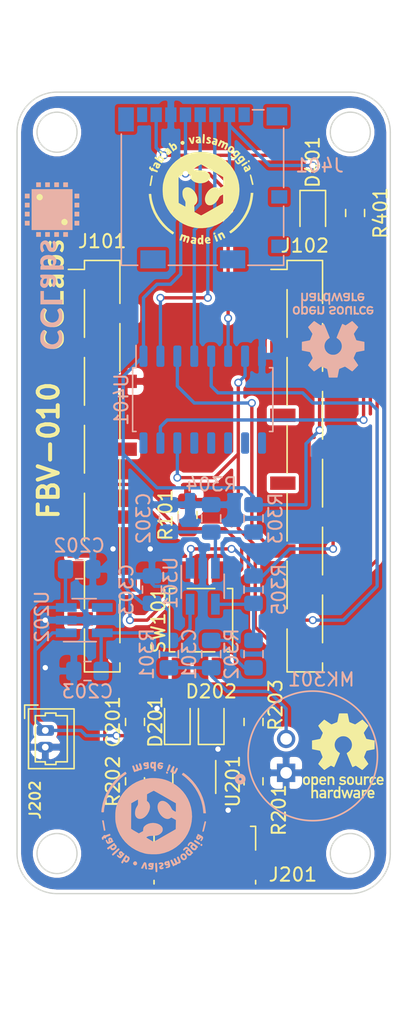
<source format=kicad_pcb>
(kicad_pcb (version 20171130) (host pcbnew 5.1.6-c6e7f7d~87~ubuntu20.04.1)
  (title_block (title "SPY RECORDER") (date 2020-05-03) (rev v0.00) (company "FabLab Valsamoggia"))
  (layers (0 F.Cu signal) (31 B.Cu signal) (34 B.Paste user) (35 F.Paste user) (36 B.SilkS user) (37 F.SilkS user) (38 B.Mask user) (39 F.Mask user) (44 Edge.Cuts user))
  (net 0 "")
  (net 1 "/1(Tx)")
  (net 2 "/0(Rx)")
  (net 3 /Reset)
  (net 4 GND)
  (net 5 /2)
  (net 6 "/3(**)")
  (net 7 /4)
  (net 8 "/5(**)")
  (net 9 "/6(**)")
  (net 10 /7)
  (net 11 /8)
  (net 12 "/9(**)")
  (net 13 VCC)
  (net 14 /RAW)
  (net 15 /A3)
  (net 16 /A2)
  (net 17 /A1)
  (net 18 /A0)
  (net 19 "/13(SCK)")
  (net 20 "/12(MISO)")
  (net 21 "/11(**/MOSI)")
  (net 22 "/10(**/SS)")
  (net 23 "/POWER SUPPLY/VBATT")
  (net 24 "Net-(C301-Pad1)")
  (net 25 "Net-(C301-Pad2)")
  (net 26 "Net-(C302-Pad1)")
  (net 27 "Net-(D201-Pad1)")
  (net 28 "Net-(D201-Pad2)")
  (net 29 "Net-(D202-Pad2)")
  (net 30 "Net-(D401-Pad2)")
  (net 31 "Net-(D401-Pad1)")
  (net 32 "Net-(J201-Pad1)")
  (net 33 "Net-(J201-Pad2)")
  (net 34 "Net-(J201-Pad3)")
  (net 35 "Net-(J201-Pad4)")
  (net 36 "Net-(J201-Pad6)")
  (net 37 "Net-(J401-Pad1)")
  (net 38 "Net-(J401-Pad8)")
  (net 39 "Net-(J401-Pad3)")
  (net 40 "Net-(J401-Pad5)")
  (net 41 "Net-(J401-Pad9)")
  (net 42 "Net-(R201-Pad1)")
  (net 43 "Net-(R302-Pad1)")
  (net 44 "Net-(R401-Pad1)")
  (net 45 "Net-(U202-Pad4)")
  (net 46 "Net-(U401-Pad9)")
  (net 47 "Net-(U401-Pad10)")
  (net 48 "Net-(U401-Pad11)")
  (net 49 "Net-(U401-Pad12)")
  (net 50 "Net-(U401-Pad13)")
  (net 51 "Net-(U401-Pad16)")
  (net 52 /Reset2)
  (module Connector_Molex:Molex_PicoBlade_53047-0210_1x02_P1.25mm_Vertical (layer F.Cu) (at 133.604 118.745 270)
    (fp_text reference J202 (at 5.207 0.762 90) (layer F.SilkS) (effects (font (size 0.8 0.8))))
    (fp_text value Conn_01x02_Female)
    (pad 2 thru_hole oval (at 1.25 0 270) (size 0.8 1.3) (drill 0.5) (layers *.Cu *.Mask) (net 4 GND))
    (pad 1 thru_hole roundrect (at 0 0 270) (size 0.8 1.3) (drill 0.5) (layers *.Cu *.Mask) (net 23 "/POWER SUPPLY/VBATT"))
  )
  (module MyFootprint:oshw-ser-small (layer B.Cu) (at 155.194 89.154)
    (fp_text reference G*** hide)
    (fp_text value LOGO hide)
  )
  (module MyFootprint:fab-ser-medium (layer B.Cu) (at 141.732 125.222)
    (fp_text reference G*** hide)
    (fp_text value LOGO hide)
  )
  (module MyFootprint:cclabs-ser-big (layer B.Cu) (at 134.112 79.756 90)
    (fp_text reference G*** hide)
    (fp_text value LOGO hide)
  )
  (module MyFootprint:fab-ser-medium (layer F.Cu) (at 145.288 78.232)
    (fp_text reference G*** hide)
    (fp_text value LOGO hide)
  )
  (module MyFootprint:oshw-ser-small (layer F.Cu) (at 155.956 120.65)
    (fp_text reference G*** hide)
    (fp_text value LOGO hide)
  )
  (module MyFootprint:cclabs-ser-big (layer F.Cu) (at 134.112 79.756 90)
    (fp_text reference G*** hide)
    (fp_text value LOGO hide)
  )
  (module Connector_PinSocket_2.54mm:PinSocket_1x12_P2.54mm_Vertical_SMD_Pin1Left (layer F.Cu) (at 153.072 98.964)
    (fp_text reference J102 (at 0 -16.51) (layer F.SilkS))
    (fp_text value Conn_01x12_Female)
    (pad 12 smd rect (at 1.65 13.97) (size 1.9 1) (layers F.Cu F.Paste F.Mask) (net 22 "/10(**/SS)"))
    (pad 10 smd rect (at 1.65 8.89) (size 1.9 1) (layers F.Cu F.Paste F.Mask) (net 20 "/12(MISO)"))
    (pad 8 smd rect (at 1.65 3.81) (size 1.9 1) (layers F.Cu F.Paste F.Mask) (net 18 /A0))
    (pad 6 smd rect (at 1.65 -1.27) (size 1.9 1) (layers F.Cu F.Paste F.Mask) (net 16 /A2))
    (pad 4 smd rect (at 1.65 -6.35) (size 1.9 1) (layers F.Cu F.Paste F.Mask) (net 13 VCC))
    (pad 2 smd rect (at 1.65 -11.43) (size 1.9 1) (layers F.Cu F.Paste F.Mask) (net 4 GND))
    (pad 11 smd rect (at -1.65 11.43) (size 1.9 1) (layers F.Cu F.Paste F.Mask) (net 21 "/11(**/MOSI)"))
    (pad 9 smd rect (at -1.65 6.35) (size 1.9 1) (layers F.Cu F.Paste F.Mask) (net 19 "/13(SCK)"))
    (pad 7 smd rect (at -1.65 1.27) (size 1.9 1) (layers F.Cu F.Paste F.Mask) (net 17 /A1))
    (pad 5 smd rect (at -1.65 -3.81) (size 1.9 1) (layers F.Cu F.Paste F.Mask) (net 15 /A3))
    (pad 3 smd rect (at -1.65 -8.89) (size 1.9 1) (layers F.Cu F.Paste F.Mask) (net 52 /Reset2))
    (pad 1 smd rect (at -1.65 -13.97) (size 1.9 1) (layers F.Cu F.Paste F.Mask) (net 14 /RAW))
  )
  (module Connector_PinSocket_2.54mm:PinSocket_1x12_P2.54mm_Vertical_SMD_Pin1Left (layer F.Cu) (at 137.872 98.964)
    (fp_text reference J101 (at 0 -16.84) (layer F.SilkS))
    (fp_text value Conn_01x12_Female)
    (pad 1 smd rect (at -1.65 -13.97) (size 1.9 1) (layers F.Cu F.Paste F.Mask) (net 1 "/1(Tx)"))
    (pad 3 smd rect (at -1.65 -8.89) (size 1.9 1) (layers F.Cu F.Paste F.Mask) (net 3 /Reset))
    (pad 5 smd rect (at -1.65 -3.81) (size 1.9 1) (layers F.Cu F.Paste F.Mask) (net 5 /2))
    (pad 7 smd rect (at -1.65 1.27) (size 1.9 1) (layers F.Cu F.Paste F.Mask) (net 7 /4))
    (pad 9 smd rect (at -1.65 6.35) (size 1.9 1) (layers F.Cu F.Paste F.Mask) (net 9 "/6(**)"))
    (pad 11 smd rect (at -1.65 11.43) (size 1.9 1) (layers F.Cu F.Paste F.Mask) (net 11 /8))
    (pad 2 smd rect (at 1.65 -11.43) (size 1.9 1) (layers F.Cu F.Paste F.Mask) (net 2 "/0(Rx)"))
    (pad 4 smd rect (at 1.65 -6.35) (size 1.9 1) (layers F.Cu F.Paste F.Mask) (net 4 GND))
    (pad 6 smd rect (at 1.65 -1.27) (size 1.9 1) (layers F.Cu F.Paste F.Mask) (net 6 "/3(**)"))
    (pad 8 smd rect (at 1.65 3.81) (size 1.9 1) (layers F.Cu F.Paste F.Mask) (net 8 "/5(**)"))
    (pad 10 smd rect (at 1.65 8.89) (size 1.9 1) (layers F.Cu F.Paste F.Mask) (net 10 /7))
    (pad 12 smd rect (at 1.65 13.97) (size 1.9 1) (layers F.Cu F.Paste F.Mask) (net 12 "/9(**)"))
  )
  (module Capacitor_SMD:C_0805_2012Metric_Pad1.15x1.40mm_HandSolder (layer F.Cu) (at 140.335 118.11 90)
    (fp_text reference C201 (at 0 -1.651 90) (layer F.SilkS))
    (fp_text value "10uF S")
    (pad 2 smd roundrect (at 1.025 0 90) (size 1.15 1.4) (layers F.Cu F.Paste F.Mask) (roundrect_rratio 0.217391) (net 4 GND))
    (pad 1 smd roundrect (at -1.025 0 90) (size 1.15 1.4) (layers F.Cu F.Paste F.Mask) (roundrect_rratio 0.217391) (net 23 "/POWER SUPPLY/VBATT"))
  )
  (module Capacitor_SMD:C_0805_2012Metric_Pad1.15x1.40mm_HandSolder (layer B.Cu) (at 136.144 106.68)
    (fp_text reference C202 (at 0 -1.778) (layer B.SilkS) (effects (justify mirror)))
    (fp_text value "100nF S")
    (pad 1 smd roundrect (at -1.025 0) (size 1.15 1.4) (layers B.Cu B.Paste B.Mask) (roundrect_rratio 0.217391) (net 23 "/POWER SUPPLY/VBATT"))
    (pad 2 smd roundrect (at 1.025 0) (size 1.15 1.4) (layers B.Cu B.Paste B.Mask) (roundrect_rratio 0.217391) (net 4 GND))
  )
  (module Capacitor_SMD:C_0805_2012Metric_Pad1.15x1.40mm_HandSolder (layer B.Cu) (at 136.77 114.3 180)
    (fp_text reference C203 (at 0 -1.524) (layer B.SilkS) (effects (justify mirror)))
    (fp_text value "10uF S")
    (pad 2 smd roundrect (at 1.025 0 180) (size 1.15 1.4) (layers B.Cu B.Paste B.Mask) (roundrect_rratio 0.217391) (net 4 GND))
    (pad 1 smd roundrect (at -1.025 0 180) (size 1.15 1.4) (layers B.Cu B.Paste B.Mask) (roundrect_rratio 0.217391) (net 13 VCC))
  )
  (module Capacitor_SMD:C_0805_2012Metric_Pad1.15x1.40mm_HandSolder (layer B.Cu) (at 146.05 113.03 270)
    (fp_text reference C301 (at 0 1.65 90) (layer B.SilkS) (effects (justify mirror)))
    (fp_text value "4.7uF S")
    (pad 1 smd roundrect (at -1.025 0 270) (size 1.15 1.4) (layers B.Cu B.Paste B.Mask) (roundrect_rratio 0.217391) (net 24 "Net-(C301-Pad1)"))
    (pad 2 smd roundrect (at 1.025 0 270) (size 1.15 1.4) (layers B.Cu B.Paste B.Mask) (roundrect_rratio 0.217391) (net 25 "Net-(C301-Pad2)"))
  )
  (module Capacitor_SMD:C_0805_2012Metric_Pad1.15x1.40mm_HandSolder (layer B.Cu) (at 142.875 102.87 90)
    (fp_text reference C302 (at 0 -1.905 90) (layer B.SilkS) (effects (justify mirror)))
    (fp_text value "4.7uF S")
    (pad 1 smd roundrect (at -1.025 0 90) (size 1.15 1.4) (layers B.Cu B.Paste B.Mask) (roundrect_rratio 0.217391) (net 26 "Net-(C302-Pad1)"))
    (pad 2 smd roundrect (at 1.025 0 90) (size 1.15 1.4) (layers B.Cu B.Paste B.Mask) (roundrect_rratio 0.217391) (net 4 GND))
  )
  (module Capacitor_SMD:C_0805_2012Metric_Pad1.15x1.40mm_HandSolder (layer B.Cu) (at 141.605 108.204 90)
    (fp_text reference C303 (at 0 -1.905 90) (layer B.SilkS) (effects (justify mirror)))
    (fp_text value "100nF S")
    (pad 2 smd roundrect (at 1.025 0 90) (size 1.15 1.4) (layers B.Cu B.Paste B.Mask) (roundrect_rratio 0.217391) (net 4 GND))
    (pad 1 smd roundrect (at -1.025 0 90) (size 1.15 1.4) (layers B.Cu B.Paste B.Mask) (roundrect_rratio 0.217391) (net 13 VCC))
  )
  (module LED_SMD:LED_0805_2012Metric (layer F.Cu) (at 143.51 118.11 90)
    (fp_text reference D201 (at 0 -1.65 90) (layer F.SilkS))
    (fp_text value RED)
    (pad 1 smd roundrect (at -0.9375 0 90) (size 0.975 1.4) (layers F.Cu F.Paste F.Mask) (net 27 "Net-(D201-Pad1)"))
    (pad 2 smd roundrect (at 0.9375 0 90) (size 0.975 1.4) (layers F.Cu F.Paste F.Mask) (net 28 "Net-(D201-Pad2)"))
  )
  (module LED_SMD:LED_0805_2012Metric (layer F.Cu) (at 146.05 118.11 90)
    (fp_text reference D202 (at 2.286 0 180) (layer F.SilkS))
    (fp_text value GREEN)
    (pad 1 smd roundrect (at -0.9375 0 90) (size 0.975 1.4) (layers F.Cu F.Paste F.Mask) (net 4 GND))
    (pad 2 smd roundrect (at 0.9375 0 90) (size 0.975 1.4) (layers F.Cu F.Paste F.Mask) (net 29 "Net-(D202-Pad2)"))
  )
  (module LED_SMD:LED_0805_2012Metric (layer F.Cu) (at 153.67 80.01 270)
    (fp_text reference D401 (at -3.81 0 90) (layer F.SilkS))
    (fp_text value RED)
    (pad 2 smd roundrect (at 0.9375 0 270) (size 0.975 1.4) (layers F.Cu F.Paste F.Mask) (net 30 "Net-(D401-Pad2)"))
    (pad 1 smd roundrect (at -0.9375 0 270) (size 0.975 1.4) (layers F.Cu F.Paste F.Mask) (net 31 "Net-(D401-Pad1)"))
  )
  (module Connector_USB:USB_Micro-B_Molex_47346-0001 (layer F.Cu) (at 145.572 127.635)
    (fp_text reference J201 (at 6.604 1.905 180) (layer F.SilkS))
    (fp_text value USB_B_Micro)
    (pad 1 smd rect (at -1.3 -1.46) (size 0.45 1.38) (layers F.Cu F.Paste F.Mask) (net 32 "Net-(J201-Pad1)"))
    (pad 2 smd rect (at -0.65 -1.46) (size 0.45 1.38) (layers F.Cu F.Paste F.Mask) (net 33 "Net-(J201-Pad2)"))
    (pad 3 smd rect (at 0 -1.46) (size 0.45 1.38) (layers F.Cu F.Paste F.Mask) (net 34 "Net-(J201-Pad3)"))
    (pad 4 smd rect (at 0.65 -1.46) (size 0.45 1.38) (layers F.Cu F.Paste F.Mask) (net 35 "Net-(J201-Pad4)"))
    (pad 5 smd rect (at 1.3 -1.46) (size 0.45 1.38) (layers F.Cu F.Paste F.Mask) (net 4 GND))
    (pad 6 smd rect (at -2.4875 -1.375) (size 1.425 1.55) (layers F.Cu F.Paste F.Mask) (net 36 "Net-(J201-Pad6)"))
    (pad 6 smd rect (at 2.4875 -1.375) (size 1.425 1.55) (layers F.Cu F.Paste F.Mask) (net 36 "Net-(J201-Pad6)"))
    (pad 6 smd rect (at -3.375 1.2) (size 1.65 1.3) (layers F.Cu F.Paste F.Mask) (net 36 "Net-(J201-Pad6)"))
    (pad 6 smd rect (at 3.375 1.2) (size 1.65 1.3) (layers F.Cu F.Paste F.Mask) (net 36 "Net-(J201-Pad6)"))
    (pad 6 smd rect (at -1.15 1.2) (size 1.8 1.9) (layers F.Cu F.Paste F.Mask) (net 36 "Net-(J201-Pad6)"))
    (pad 6 smd rect (at 1.55 1.2) (size 1 1.9) (layers F.Cu F.Paste F.Mask) (net 36 "Net-(J201-Pad6)"))
  )
  (module Connector_Card:microSD_HC_Molex_104031-0811 (layer B.Cu) (at 145.415 78.105 180)
    (fp_text reference J401 (at -8.763 1.651) (layer B.SilkS) (effects (justify mirror)))
    (fp_text value Micro_SD_Card)
    (pad 1 smd rect (at -3.105 5.45 180) (size 0.85 1.1) (layers B.Cu B.Paste B.Mask) (net 37 "Net-(J401-Pad1)"))
    (pad 8 smd rect (at 4.545 5.45 180) (size 0.75 1.1) (layers B.Cu B.Paste B.Mask) (net 38 "Net-(J401-Pad8)"))
    (pad 2 smd rect (at -2.005 5.45 180) (size 0.85 1.1) (layers B.Cu B.Paste B.Mask) (net 31 "Net-(D401-Pad1)"))
    (pad 3 smd rect (at -0.905 5.45 180) (size 0.85 1.1) (layers B.Cu B.Paste B.Mask) (net 39 "Net-(J401-Pad3)"))
    (pad 4 smd rect (at 0.195 5.45 180) (size 0.85 1.1) (layers B.Cu B.Paste B.Mask) (net 13 VCC))
    (pad 5 smd rect (at 1.295 5.45 180) (size 0.85 1.1) (layers B.Cu B.Paste B.Mask) (net 40 "Net-(J401-Pad5)"))
    (pad 6 smd rect (at 2.395 5.45 180) (size 0.85 1.1) (layers B.Cu B.Paste B.Mask) (net 4 GND))
    (pad 7 smd rect (at 3.495 5.45 180) (size 0.85 1.1) (layers B.Cu B.Paste B.Mask) (net 20 "/12(MISO)"))
    (pad 11 smd rect (at 5.755 5.1 180) (size 1.17 1.8) (layers B.Cu B.Paste B.Mask))
    (pad 11 smd rect (at -5.565 5.325 180) (size 1.55 1.35) (layers B.Cu B.Paste B.Mask))
    (pad 10 smd rect (at -5.74 -4.4 180) (size 1.2 1) (layers B.Cu B.Paste B.Mask))
    (pad 9 smd rect (at -5.74 -0.7 180) (size 1.2 1) (layers B.Cu B.Paste B.Mask) (net 41 "Net-(J401-Pad9)"))
    (pad 11 smd rect (at -2.24 -5.375 180) (size 1.9 1.35) (layers B.Cu B.Paste B.Mask))
    (pad 11 smd rect (at 3.73 -5.375 180) (size 1.9 1.35) (layers B.Cu B.Paste B.Mask))
  )
  (module CMA-4544PF-W:MIC_CMA-4544PF-W (layer B.Cu) (at 153.67 120.65 180)
    (fp_text reference MK301 (at -0.635215 5.717015) (layer B.SilkS) (effects (font (size 1.000354 1.000354)) (justify mirror)))
    (fp_text value Microphone)
    (pad 2 thru_hole circle (at 2 1.27 180) (size 1.378 1.378) (drill 0.87) (layers *.Cu *.Mask) (net 25 "Net-(C301-Pad2)"))
    (pad 1 thru_hole rect (at 2 -1.27 180) (size 1.378 1.378) (drill 0.87) (layers *.Cu *.Mask) (net 4 GND))
  )
  (module Resistor_SMD:R_0805_2012Metric_Pad1.15x1.40mm_HandSolder (layer F.Cu) (at 149.225 122.555 90)
    (fp_text reference R201 (at -2.159 1.905 90) (layer F.SilkS))
    (fp_text value "2K S")
    (pad 2 smd roundrect (at 1.025 0 90) (size 1.15 1.4) (layers F.Cu F.Paste F.Mask) (roundrect_rratio 0.217391) (net 4 GND))
    (pad 1 smd roundrect (at -1.025 0 90) (size 1.15 1.4) (layers F.Cu F.Paste F.Mask) (roundrect_rratio 0.217391) (net 42 "Net-(R201-Pad1)"))
  )
  (module Resistor_SMD:R_0805_2012Metric_Pad1.15x1.40mm_HandSolder (layer F.Cu) (at 140.335 122.555 90)
    (fp_text reference R202 (at 0 -1.65 90) (layer F.SilkS))
    (fp_text value "470R S")
    (pad 2 smd roundrect (at 1.025 0 90) (size 1.15 1.4) (layers F.Cu F.Paste F.Mask) (roundrect_rratio 0.217391) (net 28 "Net-(D201-Pad2)"))
    (pad 1 smd roundrect (at -1.025 0 90) (size 1.15 1.4) (layers F.Cu F.Paste F.Mask) (roundrect_rratio 0.217391) (net 32 "Net-(J201-Pad1)"))
  )
  (module Resistor_SMD:R_0805_2012Metric_Pad1.15x1.40mm_HandSolder (layer F.Cu) (at 149.225 118.11 270)
    (fp_text reference R203 (at -1.27 -1.65 90) (layer F.SilkS))
    (fp_text value "470R S")
    (pad 1 smd roundrect (at -1.025 0 270) (size 1.15 1.4) (layers F.Cu F.Paste F.Mask) (roundrect_rratio 0.217391) (net 29 "Net-(D202-Pad2)"))
    (pad 2 smd roundrect (at 1.025 0 270) (size 1.15 1.4) (layers F.Cu F.Paste F.Mask) (roundrect_rratio 0.217391) (net 27 "Net-(D201-Pad1)"))
  )
  (module Resistor_SMD:R_0805_2012Metric_Pad1.15x1.40mm_HandSolder (layer B.Cu) (at 142.875 113.03 270)
    (fp_text reference R301 (at 0 1.65 90) (layer B.SilkS) (effects (justify mirror)))
    (fp_text value "2.2K S")
    (pad 1 smd roundrect (at -1.025 0 270) (size 1.15 1.4) (layers B.Cu B.Paste B.Mask) (roundrect_rratio 0.217391) (net 13 VCC))
    (pad 2 smd roundrect (at 1.025 0 270) (size 1.15 1.4) (layers B.Cu B.Paste B.Mask) (roundrect_rratio 0.217391) (net 25 "Net-(C301-Pad2)"))
  )
  (module Resistor_SMD:R_0805_2012Metric_Pad1.15x1.40mm_HandSolder (layer B.Cu) (at 149.225 113.03 270)
    (fp_text reference R302 (at 0 1.65 270) (layer B.SilkS) (effects (justify mirror)))
    (fp_text value "10K S")
    (pad 2 smd roundrect (at 1.025 0 270) (size 1.15 1.4) (layers B.Cu B.Paste B.Mask) (roundrect_rratio 0.217391) (net 24 "Net-(C301-Pad1)"))
    (pad 1 smd roundrect (at -1.025 0 270) (size 1.15 1.4) (layers B.Cu B.Paste B.Mask) (roundrect_rratio 0.217391) (net 43 "Net-(R302-Pad1)"))
  )
  (module Resistor_SMD:R_0805_2012Metric_Pad1.15x1.40mm_HandSolder (layer B.Cu) (at 149.225 102.87 90)
    (fp_text reference R303 (at 0 1.65 90) (layer B.SilkS) (effects (justify mirror)))
    (fp_text value "10K S")
    (pad 2 smd roundrect (at 1.025 0 90) (size 1.15 1.4) (layers B.Cu B.Paste B.Mask) (roundrect_rratio 0.217391) (net 13 VCC))
    (pad 1 smd roundrect (at -1.025 0 90) (size 1.15 1.4) (layers B.Cu B.Paste B.Mask) (roundrect_rratio 0.217391) (net 26 "Net-(C302-Pad1)"))
  )
  (module Resistor_SMD:R_0805_2012Metric_Pad1.15x1.40mm_HandSolder (layer B.Cu) (at 146.05 102.87 270)
    (fp_text reference R304 (at -2.54 0 180) (layer B.SilkS) (effects (justify mirror)))
    (fp_text value "10K S")
    (pad 1 smd roundrect (at -1.025 0 270) (size 1.15 1.4) (layers B.Cu B.Paste B.Mask) (roundrect_rratio 0.217391) (net 4 GND))
    (pad 2 smd roundrect (at 1.025 0 270) (size 1.15 1.4) (layers B.Cu B.Paste B.Mask) (roundrect_rratio 0.217391) (net 26 "Net-(C302-Pad1)"))
  )
  (module Resistor_SMD:R_0805_2012Metric_Pad1.15x1.40mm_HandSolder (layer B.Cu) (at 149.225 108.204 270)
    (fp_text reference R305 (at 0 -1.905 90) (layer B.SilkS) (effects (justify mirror)))
    (fp_text value "820K S")
    (pad 1 smd roundrect (at -1.025 0 270) (size 1.15 1.4) (layers B.Cu B.Paste B.Mask) (roundrect_rratio 0.217391) (net 18 /A0))
    (pad 2 smd roundrect (at 1.025 0 270) (size 1.15 1.4) (layers B.Cu B.Paste B.Mask) (roundrect_rratio 0.217391) (net 43 "Net-(R302-Pad1)"))
  )
  (module Resistor_SMD:R_0805_2012Metric_Pad1.15x1.40mm_HandSolder (layer F.Cu) (at 156.845 80.01 90)
    (fp_text reference R401 (at 0 1.905 90) (layer F.SilkS))
    (fp_text value 470)
    (pad 1 smd roundrect (at -1.025 0 90) (size 1.15 1.4) (layers F.Cu F.Paste F.Mask) (roundrect_rratio 0.217391) (net 44 "Net-(R401-Pad1)"))
    (pad 2 smd roundrect (at 1.025 0 90) (size 1.15 1.4) (layers F.Cu F.Paste F.Mask) (roundrect_rratio 0.217391) (net 30 "Net-(D401-Pad2)"))
  )
  (module Package_TO_SOT_SMD:SOT-23-5 (layer F.Cu) (at 144.78 122.555 270)
    (fp_text reference U201 (at 0 -2.9 90) (layer F.SilkS))
    (fp_text value MCP73831-2-OT)
    (pad 1 smd rect (at -1.1 -0.95 270) (size 1.06 0.65) (layers F.Cu F.Paste F.Mask) (net 27 "Net-(D201-Pad1)"))
    (pad 2 smd rect (at -1.1 0 270) (size 1.06 0.65) (layers F.Cu F.Paste F.Mask) (net 4 GND))
    (pad 3 smd rect (at -1.1 0.95 270) (size 1.06 0.65) (layers F.Cu F.Paste F.Mask) (net 23 "/POWER SUPPLY/VBATT"))
    (pad 4 smd rect (at 1.1 0.95 270) (size 1.06 0.65) (layers F.Cu F.Paste F.Mask) (net 32 "Net-(J201-Pad1)"))
    (pad 5 smd rect (at 1.1 -0.95 270) (size 1.06 0.65) (layers F.Cu F.Paste F.Mask) (net 42 "Net-(R201-Pad1)"))
  )
  (module Package_TO_SOT_SMD:SOT-23-5_HandSoldering (layer B.Cu) (at 136.525 110.49)
    (fp_text reference U202 (at -3.175 -0.254 270) (layer B.SilkS) (effects (justify mirror)))
    (fp_text value LP2981-33DBVT)
    (pad 5 smd rect (at 1.35 0.95) (size 1.56 0.65) (layers B.Cu B.Paste B.Mask) (net 13 VCC))
    (pad 4 smd rect (at 1.35 -0.95) (size 1.56 0.65) (layers B.Cu B.Paste B.Mask) (net 45 "Net-(U202-Pad4)"))
    (pad 3 smd rect (at -1.35 -0.95) (size 1.56 0.65) (layers B.Cu B.Paste B.Mask) (net 23 "/POWER SUPPLY/VBATT"))
    (pad 2 smd rect (at -1.35 0) (size 1.56 0.65) (layers B.Cu B.Paste B.Mask) (net 4 GND))
    (pad 1 smd rect (at -1.35 0.95) (size 1.56 0.65) (layers B.Cu B.Paste B.Mask) (net 23 "/POWER SUPPLY/VBATT"))
  )
  (module Package_TO_SOT_SMD:SOT-23-5_HandSoldering (layer B.Cu) (at 145.415 107.95 270)
    (fp_text reference U301 (at -0.254 2.413 90) (layer B.SilkS) (effects (justify mirror)))
    (fp_text value OPA334)
    (pad 1 smd rect (at -1.35 0.95 270) (size 1.56 0.65) (layers B.Cu B.Paste B.Mask) (net 18 /A0))
    (pad 2 smd rect (at -1.35 0 270) (size 1.56 0.65) (layers B.Cu B.Paste B.Mask) (net 4 GND))
    (pad 3 smd rect (at -1.35 -0.95 270) (size 1.56 0.65) (layers B.Cu B.Paste B.Mask) (net 26 "Net-(C302-Pad1)"))
    (pad 4 smd rect (at 1.35 -0.95 270) (size 1.56 0.65) (layers B.Cu B.Paste B.Mask) (net 43 "Net-(R302-Pad1)"))
    (pad 5 smd rect (at 1.35 0.95 270) (size 1.56 0.65) (layers B.Cu B.Paste B.Mask) (net 13 VCC))
  )
  (module Package_SO:SOP-16_4.55x10.3mm_P1.27mm (layer B.Cu) (at 145.415 93.98 270)
    (fp_text reference U401 (at 0 6.1 90) (layer B.SilkS) (effects (justify mirror)))
    (fp_text value CD74HC4050M)
    (pad 1 smd roundrect (at -3.25 4.445 270) (size 1.6 0.6) (layers B.Cu B.Paste B.Mask) (net 13 VCC))
    (pad 2 smd roundrect (at -3.25 3.175 270) (size 1.6 0.6) (layers B.Cu B.Paste B.Mask) (net 31 "Net-(D401-Pad1)"))
    (pad 3 smd roundrect (at -3.25 1.905 270) (size 1.6 0.6) (layers B.Cu B.Paste B.Mask) (net 19 "/13(SCK)"))
    (pad 4 smd roundrect (at -3.25 0.635 270) (size 1.6 0.6) (layers B.Cu B.Paste B.Mask) (net 39 "Net-(J401-Pad3)"))
    (pad 5 smd roundrect (at -3.25 -0.635 270) (size 1.6 0.6) (layers B.Cu B.Paste B.Mask) (net 21 "/11(**/MOSI)"))
    (pad 6 smd roundrect (at -3.25 -1.905 270) (size 1.6 0.6) (layers B.Cu B.Paste B.Mask) (net 40 "Net-(J401-Pad5)"))
    (pad 7 smd roundrect (at -3.25 -3.175 270) (size 1.6 0.6) (layers B.Cu B.Paste B.Mask) (net 22 "/10(**/SS)"))
    (pad 8 smd roundrect (at -3.25 -4.445 270) (size 1.6 0.6) (layers B.Cu B.Paste B.Mask) (net 4 GND))
    (pad 9 smd roundrect (at 3.25 -4.445 270) (size 1.6 0.6) (layers B.Cu B.Paste B.Mask) (net 46 "Net-(U401-Pad9)"))
    (pad 10 smd roundrect (at 3.25 -3.175 270) (size 1.6 0.6) (layers B.Cu B.Paste B.Mask) (net 47 "Net-(U401-Pad10)"))
    (pad 11 smd roundrect (at 3.25 -1.905 270) (size 1.6 0.6) (layers B.Cu B.Paste B.Mask) (net 48 "Net-(U401-Pad11)"))
    (pad 12 smd roundrect (at 3.25 -0.635 270) (size 1.6 0.6) (layers B.Cu B.Paste B.Mask) (net 49 "Net-(U401-Pad12)"))
    (pad 13 smd roundrect (at 3.25 0.635 270) (size 1.6 0.6) (layers B.Cu B.Paste B.Mask) (net 50 "Net-(U401-Pad13)"))
    (pad 14 smd roundrect (at 3.25 1.905 270) (size 1.6 0.6) (layers B.Cu B.Paste B.Mask) (net 22 "/10(**/SS)"))
    (pad 15 smd roundrect (at 3.25 3.175 270) (size 1.6 0.6) (layers B.Cu B.Paste B.Mask) (net 44 "Net-(R401-Pad1)"))
    (pad 16 smd roundrect (at 3.25 4.445 270) (size 1.6 0.6) (layers B.Cu B.Paste B.Mask) (net 51 "Net-(U401-Pad16)"))
  )
  (module Resistor_SMD:R_0805_2012Metric_Pad1.15x1.40mm_HandSolder (layer F.Cu) (at 144.272 102.616 90)
    (fp_text reference R101 (at 0 -1.65 90) (layer F.SilkS))
    (fp_text value 4K7)
    (pad 1 smd roundrect (at -1.025 0 90) (size 1.15 1.4) (layers F.Cu F.Paste F.Mask) (roundrect_rratio 0.217391) (net 7 /4))
    (pad 2 smd roundrect (at 1.025 0 90) (size 1.15 1.4) (layers F.Cu F.Paste F.Mask) (roundrect_rratio 0.217391) (net 4 GND))
  )
  (module Button_Switch_SMD:SW_SPST_TL3305A (layer F.Cu) (at 145.288 110.49 90)
    (fp_text reference SW101 (at 0 -3.2 90) (layer F.SilkS))
    (fp_text value SW_Push)
    (pad 1 smd rect (at 3.6 -1.5 90) (size 1.6 1.4) (layers F.Cu F.Paste F.Mask) (net 13 VCC))
    (pad 1 smd rect (at -3.6 -1.5 90) (size 1.6 1.4) (layers F.Cu F.Paste F.Mask) (net 13 VCC))
    (pad 2 smd rect (at 3.6 1.5 90) (size 1.6 1.4) (layers F.Cu F.Paste F.Mask) (net 7 /4))
    (pad 2 smd rect (at -3.6 1.5 90) (size 1.6 1.4) (layers F.Cu F.Paste F.Mask) (net 7 /4))
  )
  (gr_line (start 131.484 127.961) (end 131.484 73.961) (angle 90) (layer Edge.Cuts) (width 0.1))
  (gr_text FBV-010 (at 133.858 97.79 90) (layer F.SilkS) (effects (font (size 1.5 1.5) (thickness 0.3))))
  (gr_line (start 156.484 130.961) (end 134.484 130.961) (angle 90) (layer Edge.Cuts) (width 0.1))
  (gr_line (start 159.484 73.961) (end 159.484 127.961) (angle 90) (layer Edge.Cuts) (width 0.1))
  (gr_line (start 134.484 70.961) (end 156.484 70.961) (angle 90) (layer Edge.Cuts) (width 0.1))
  (gr_arc (start 134.484 73.961) (end 134.484 70.961) (angle -90) (layer Edge.Cuts) (width 0.1))
  (gr_arc (start 156.484 73.961) (end 159.484 73.961) (angle -90) (layer Edge.Cuts) (width 0.1))
  (gr_arc (start 156.484 127.961) (end 156.484 130.961) (angle -90) (layer Edge.Cuts) (width 0.1))
  (gr_arc (start 134.484 127.961) (end 131.484 127.961) (angle -90) (layer Edge.Cuts) (width 0.1))
  (gr_circle (center 134.484 73.961) (end 132.984 73.961) (layer Edge.Cuts) (width 0.1))
  (gr_circle (center 156.484 73.961) (end 154.984 73.961) (layer Edge.Cuts) (width 0.1))
  (gr_circle (center 156.484 127.961) (end 154.984 127.961) (layer Edge.Cuts) (width 0.1))
  (gr_circle (center 134.484 127.961) (end 132.984 127.961) (layer Edge.Cuts) (width 0.1))
  (segment (start 137.744 106.68) (end 138.684 105.74) (width 0.25) (layer B.Cu) (net 4))
  (segment (start 137.169 106.68) (end 137.744 106.68) (width 0.25) (layer B.Cu) (net 4))
  (via (at 138.684 105.156) (size 0.6) (drill 0.4) (layers F.Cu B.Cu) (net 4))
  (segment (start 138.684 105.74) (end 138.684 105.156) (width 0.25) (layer B.Cu) (net 4))
  (segment (start 138.684 105.156) (end 141.478 105.156) (width 0.25) (layer F.Cu) (net 4))
  (via (at 141.478 105.156) (size 0.6) (drill 0.4) (layers F.Cu B.Cu) (net 4))
  (segment (start 141.605 105.283) (end 141.478 105.156) (width 0.25) (layer B.Cu) (net 4))
  (segment (start 141.605 107.179) (end 141.605 105.283) (width 0.25) (layer B.Cu) (net 4))
  (segment (start 145.415 107.63) (end 145.095 107.95) (width 0.25) (layer B.Cu) (net 4))
  (segment (start 145.415 106.6) (end 145.415 107.63) (width 0.25) (layer B.Cu) (net 4))
  (segment (start 141.605 107.754) (end 141.605 107.179) (width 0.25) (layer B.Cu) (net 4))
  (segment (start 141.801 107.95) (end 141.605 107.754) (width 0.25) (layer B.Cu) (net 4))
  (segment (start 145.095 107.95) (end 141.801 107.95) (width 0.25) (layer B.Cu) (net 4))
  (segment (start 135.175 110.49) (end 134.145 110.49) (width 0.25) (layer B.Cu) (net 4))
  (via (at 133.604 110.49) (size 0.6) (drill 0.4) (layers F.Cu B.Cu) (net 4))
  (segment (start 134.145 110.49) (end 133.604 110.49) (width 0.25) (layer B.Cu) (net 4))
  (segment (start 133.604 110.49) (end 133.604 114.046) (width 0.25) (layer F.Cu) (net 4))
  (via (at 133.604 114.046) (size 0.6) (drill 0.4) (layers F.Cu B.Cu) (net 4))
  (segment (start 133.858 114.3) (end 133.604 114.046) (width 0.25) (layer B.Cu) (net 4))
  (segment (start 135.745 114.3) (end 133.858 114.3) (width 0.25) (layer B.Cu) (net 4))
  (segment (start 144.78 122.235) (end 144.973 122.428) (width 0.25) (layer F.Cu) (net 4))
  (segment (start 144.78 121.455) (end 144.78 122.235) (width 0.25) (layer F.Cu) (net 4))
  (segment (start 144.973 122.428) (end 147.066 122.428) (width 0.25) (layer F.Cu) (net 4))
  (segment (start 147.964 121.53) (end 147.066 122.428) (width 0.25) (layer F.Cu) (net 4))
  (segment (start 149.225 121.53) (end 147.964 121.53) (width 0.25) (layer F.Cu) (net 4))
  (via (at 146.558 120.142) (size 0.6) (drill 0.4) (layers F.Cu B.Cu) (net 4))
  (segment (start 146.05 119.0475) (end 146.05 119.634) (width 0.25) (layer F.Cu) (net 4))
  (segment (start 146.05 119.634) (end 146.558 120.142) (width 0.25) (layer F.Cu) (net 4))
  (segment (start 146.558 120.142) (end 143.51 117.094) (width 0.25) (layer B.Cu) (net 4))
  (via (at 141.986 117.094) (size 0.6) (drill 0.4) (layers F.Cu B.Cu) (net 4))
  (segment (start 143.51 117.094) (end 141.986 117.094) (width 0.25) (layer B.Cu) (net 4))
  (segment (start 140.344 117.094) (end 140.335 117.085) (width 0.25) (layer F.Cu) (net 4))
  (segment (start 141.986 117.094) (end 140.344 117.094) (width 0.25) (layer F.Cu) (net 4))
  (segment (start 146.872 125.235) (end 147.32 124.787) (width 0.25) (layer F.Cu) (net 4))
  (segment (start 146.872 126.175) (end 146.872 125.235) (width 0.25) (layer F.Cu) (net 4))
  (via (at 147.32 124.714) (size 0.6) (drill 0.4) (layers F.Cu B.Cu) (net 4))
  (segment (start 147.32 124.787) (end 147.32 124.714) (width 0.25) (layer F.Cu) (net 4))
  (segment (start 147.32 124.714) (end 150.368 124.714) (width 0.25) (layer B.Cu) (net 4))
  (segment (start 151.67 123.412) (end 151.67 121.92) (width 0.25) (layer B.Cu) (net 4))
  (segment (start 150.368 124.714) (end 151.67 123.412) (width 0.25) (layer B.Cu) (net 4))
  (segment (start 137.98 100.33) (end 136.78 100.33) (width 0.25) (layer F.Cu) (net 7))
  (segment (start 140.261 100.33) (end 137.98 100.33) (width 0.25) (layer F.Cu) (net 7))
  (segment (start 143.572 103.641) (end 140.261 100.33) (width 0.25) (layer F.Cu) (net 7))
  (segment (start 144.272 103.641) (end 143.572 103.641) (width 0.25) (layer F.Cu) (net 7))
  (segment (start 144.272 103.641) (end 147.075 103.641) (width 0.25) (layer F.Cu) (net 7))
  (segment (start 148.336 104.902) (end 148.336 106.68) (width 0.25) (layer F.Cu) (net 7))
  (segment (start 147.075 103.641) (end 148.336 104.902) (width 0.25) (layer F.Cu) (net 7))
  (segment (start 148.126 106.89) (end 146.788 106.89) (width 0.25) (layer F.Cu) (net 7))
  (segment (start 148.336 106.68) (end 148.126 106.89) (width 0.25) (layer F.Cu) (net 7))
  (segment (start 140.97 90.73) (end 140.97 86.36) (width 0.25) (layer B.Cu) (net 13))
  (segment (start 140.97 86.36) (end 141.986 85.344) (width 0.25) (layer B.Cu) (net 13))
  (segment (start 141.986 85.344) (end 143.002 85.344) (width 0.25) (layer B.Cu) (net 13))
  (segment (start 143.002 85.344) (end 143.764 84.582) (width 0.25) (layer B.Cu) (net 13))
  (segment (start 143.764 84.582) (end 143.764 80.772) (width 0.25) (layer B.Cu) (net 13))
  (segment (start 145.22 79.316) (end 145.22 72.655) (width 0.25) (layer B.Cu) (net 13))
  (segment (start 143.764 80.772) (end 145.22 79.316) (width 0.25) (layer B.Cu) (net 13))
  (segment (start 137.795 111.52) (end 137.875 111.44) (width 0.25) (layer B.Cu) (net 13))
  (segment (start 137.795 114.3) (end 137.795 111.52) (width 0.25) (layer B.Cu) (net 13))
  (segment (start 142.305 109.229) (end 141.605 109.229) (width 0.25) (layer B.Cu) (net 13))
  (segment (start 142.875 109.799) (end 142.305 109.229) (width 0.25) (layer B.Cu) (net 13))
  (segment (start 142.875 112.005) (end 142.875 109.799) (width 0.25) (layer B.Cu) (net 13))
  (segment (start 149.925 101.845) (end 149.934 101.854) (width 0.25) (layer B.Cu) (net 13))
  (segment (start 149.225 101.845) (end 149.925 101.845) (width 0.25) (layer B.Cu) (net 13))
  (segment (start 149.934 101.854) (end 153.162 101.854) (width 0.25) (layer B.Cu) (net 13))
  (segment (start 153.162 101.854) (end 153.162 97.282) (width 0.25) (layer B.Cu) (net 13))
  (via (at 154.178 96.266) (size 0.6) (drill 0.4) (layers F.Cu B.Cu) (net 13))
  (segment (start 153.162 97.282) (end 154.178 96.266) (width 0.25) (layer B.Cu) (net 13))
  (segment (start 140.97 90.73) (end 139.446 92.254) (width 0.25) (layer B.Cu) (net 13))
  (segment (start 139.446 92.254) (end 139.446 98.044) (width 0.25) (layer B.Cu) (net 13))
  (segment (start 139.446 98.044) (end 141.986 100.584) (width 0.25) (layer B.Cu) (net 13))
  (segment (start 149.225 101.27) (end 149.225 101.845) (width 0.25) (layer B.Cu) (net 13))
  (segment (start 148.539 100.584) (end 149.225 101.27) (width 0.25) (layer B.Cu) (net 13))
  (segment (start 141.986 100.584) (end 148.539 100.584) (width 0.25) (layer B.Cu) (net 13))
  (segment (start 140.905 109.229) (end 141.605 109.229) (width 0.25) (layer B.Cu) (net 13))
  (segment (start 139.446 98.044) (end 139.446 107.77) (width 0.25) (layer B.Cu) (net 13))
  (segment (start 142.31 111.44) (end 142.875 112.005) (width 0.25) (layer B.Cu) (net 13))
  (segment (start 137.875 111.44) (end 142.31 111.44) (width 0.25) (layer B.Cu) (net 13))
  (segment (start 144.465 110.33) (end 144.465 109.3) (width 0.25) (layer B.Cu) (net 13))
  (segment (start 144.465 111.115) (end 144.465 110.33) (width 0.25) (layer B.Cu) (net 13))
  (segment (start 143.575 112.005) (end 144.465 111.115) (width 0.25) (layer B.Cu) (net 13))
  (segment (start 142.875 112.005) (end 143.575 112.005) (width 0.25) (layer B.Cu) (net 13))
  (segment (start 143.788 107.94) (end 141.238 110.49) (width 0.25) (layer F.Cu) (net 13))
  (segment (start 143.788 106.89) (end 143.788 107.94) (width 0.25) (layer F.Cu) (net 13))
  (via (at 139.954 110.49) (size 0.6) (drill 0.4) (layers F.Cu B.Cu) (net 13))
  (segment (start 141.238 110.49) (end 139.954 110.49) (width 0.25) (layer F.Cu) (net 13))
  (segment (start 139.954 110.49) (end 139.954 108.458) (width 0.25) (layer B.Cu) (net 13))
  (segment (start 139.446 107.77) (end 139.954 108.458) (width 0.25) (layer B.Cu) (net 13))
  (segment (start 139.954 108.458) (end 140.905 109.229) (width 0.25) (layer B.Cu) (net 13))
  (segment (start 154.178 93.158) (end 154.722 92.614) (width 0.25) (layer F.Cu) (net 13))
  (segment (start 154.178 96.266) (end 154.178 93.158) (width 0.25) (layer F.Cu) (net 13))
  (segment (start 149.925 107.179) (end 151.948 105.156) (width 0.25) (layer B.Cu) (net 18))
  (segment (start 149.225 107.179) (end 149.925 107.179) (width 0.25) (layer B.Cu) (net 18))
  (segment (start 151.948 105.156) (end 155.194 105.156) (width 0.25) (layer B.Cu) (net 18))
  (via (at 155.194 105.156) (size 0.6) (drill 0.4) (layers F.Cu B.Cu) (net 18))
  (segment (start 155.32 102.87) (end 155.194 102.87) (width 0.25) (layer F.Cu) (net 18))
  (segment (start 155.194 102.87) (end 155.194 105.156) (width 0.25) (layer F.Cu) (net 18))
  (segment (start 149.225 106.604) (end 147.777 105.156) (width 0.25) (layer B.Cu) (net 18))
  (segment (start 149.225 107.179) (end 149.225 106.604) (width 0.25) (layer B.Cu) (net 18))
  (via (at 147.574 105.156) (size 0.6) (drill 0.4) (layers F.Cu B.Cu) (net 18))
  (segment (start 147.777 105.156) (end 147.574 105.156) (width 0.25) (layer B.Cu) (net 18))
  (segment (start 147.149736 105.156) (end 147.574 105.156) (width 0.25) (layer F.Cu) (net 18))
  (via (at 144.526 105.156) (size 0.6) (drill 0.4) (layers F.Cu B.Cu) (net 18))
  (segment (start 144.526 105.156) (end 147.149736 105.156) (width 0.25) (layer F.Cu) (net 18))
  (segment (start 144.526 106.539) (end 144.465 106.6) (width 0.25) (layer B.Cu) (net 18))
  (segment (start 144.526 105.156) (end 144.526 106.539) (width 0.25) (layer B.Cu) (net 18))
  (segment (start 143.51 90.73) (end 143.51 92.964) (width 0.25) (layer B.Cu) (net 19))
  (segment (start 143.51 92.964) (end 144.78 94.234) (width 0.25) (layer B.Cu) (net 19))
  (via (at 149.098 94.234) (size 0.6) (drill 0.4) (layers F.Cu B.Cu) (net 19))
  (segment (start 144.78 94.234) (end 149.098 94.234) (width 0.25) (layer B.Cu) (net 19))
  (segment (start 150.82 105.41) (end 152.02 105.41) (width 0.25) (layer F.Cu) (net 19))
  (segment (start 149.098 103.688) (end 150.82 105.41) (width 0.25) (layer F.Cu) (net 19))
  (segment (start 149.098 94.234) (end 149.098 103.688) (width 0.25) (layer F.Cu) (net 19))
  (via (at 142.494 75.692) (size 0.6) (drill 0.4) (layers F.Cu B.Cu) (net 20))
  (segment (start 158.496 79.04781) (end 155.14019 75.692) (width 0.25) (layer F.Cu) (net 20))
  (segment (start 141.92 75.118) (end 142.494 75.692) (width 0.25) (layer B.Cu) (net 20))
  (segment (start 155.32 107.95) (end 156.52 107.95) (width 0.25) (layer F.Cu) (net 20))
  (segment (start 158.496 105.974) (end 158.496 79.04781) (width 0.25) (layer F.Cu) (net 20))
  (segment (start 142.918264 75.692) (end 142.494 75.692) (width 0.25) (layer F.Cu) (net 20))
  (segment (start 156.52 107.95) (end 158.496 105.974) (width 0.25) (layer F.Cu) (net 20))
  (segment (start 141.92 72.655) (end 141.92 75.118) (width 0.25) (layer B.Cu) (net 20))
  (segment (start 155.14019 75.692) (end 142.918264 75.692) (width 0.25) (layer F.Cu) (net 20))
  (segment (start 146.05 90.73) (end 146.05 92.964) (width 0.25) (layer B.Cu) (net 21))
  (segment (start 146.05 92.964) (end 146.558 93.472) (width 0.25) (layer B.Cu) (net 21))
  (segment (start 146.558 93.472) (end 152.908 93.472) (width 0.25) (layer B.Cu) (net 21))
  (segment (start 152.908 93.472) (end 153.67 94.234) (width 0.25) (layer B.Cu) (net 21))
  (segment (start 153.67 94.234) (end 157.135002 94.234) (width 0.25) (layer B.Cu) (net 21))
  (segment (start 157.135002 94.234) (end 157.988 94.234) (width 0.25) (layer B.Cu) (net 21))
  (segment (start 157.988 94.234) (end 158.496 94.742) (width 0.25) (layer B.Cu) (net 21))
  (segment (start 158.496 94.742) (end 158.496 107.95) (width 0.25) (layer B.Cu) (net 21))
  (segment (start 158.496 107.95) (end 155.956 110.49) (width 0.25) (layer B.Cu) (net 21))
  (segment (start 155.956 110.49) (end 153.67 110.49) (width 0.25) (layer B.Cu) (net 21))
  (via (at 153.67 110.49) (size 0.6) (drill 0.4) (layers F.Cu B.Cu) (net 21))
  (segment (start 153.67 110.49) (end 152.02 110.49) (width 0.25) (layer F.Cu) (net 21))
  (segment (start 148.59 90.73) (end 148.59 92.202) (width 0.25) (layer B.Cu) (net 22))
  (via (at 148.082 92.71) (size 0.6) (drill 0.4) (layers F.Cu B.Cu) (net 22))
  (segment (start 148.59 92.202) (end 148.082 92.71) (width 0.25) (layer B.Cu) (net 22))
  (segment (start 148.082 97.79) (end 148.082 98.044) (width 0.25) (layer F.Cu) (net 22))
  (segment (start 148.082 92.71) (end 148.082 97.79) (width 0.25) (layer F.Cu) (net 22))
  (segment (start 148.082 98.044) (end 146.304 99.822) (width 0.25) (layer F.Cu) (net 22))
  (via (at 143.51 99.822) (size 0.6) (drill 0.4) (layers F.Cu B.Cu) (net 22))
  (segment (start 146.304 99.822) (end 143.51 99.822) (width 0.25) (layer F.Cu) (net 22))
  (segment (start 143.51 99.822) (end 143.51 97.23) (width 0.25) (layer B.Cu) (net 22))
  (segment (start 148.082 103.632) (end 149.352 104.902) (width 0.25) (layer F.Cu) (net 22))
  (segment (start 148.082 98.044) (end 148.082 103.632) (width 0.25) (layer F.Cu) (net 22))
  (segment (start 154.722 112.934) (end 151.288 112.934) (width 0.25) (layer F.Cu) (net 22))
  (segment (start 151.288 112.934) (end 149.352 110.998) (width 0.25) (layer F.Cu) (net 22))
  (segment (start 149.352 104.902) (end 149.352 110.998) (width 0.25) (layer F.Cu) (net 22))
  (segment (start 140.335 119.71) (end 140.335 119.135) (width 0.25) (layer F.Cu) (net 23))
  (segment (start 140.513 119.888) (end 140.335 119.71) (width 0.25) (layer F.Cu) (net 23))
  (segment (start 140.97 119.888) (end 140.513 119.888) (width 0.25) (layer F.Cu) (net 23))
  (segment (start 142.537 121.455) (end 140.97 119.888) (width 0.25) (layer F.Cu) (net 23))
  (segment (start 143.83 121.455) (end 142.537 121.455) (width 0.25) (layer F.Cu) (net 23))
  (segment (start 133.284 109.54) (end 135.175 109.54) (width 0.25) (layer B.Cu) (net 23))
  (segment (start 132.842 109.982) (end 133.284 109.54) (width 0.25) (layer B.Cu) (net 23))
  (segment (start 134.145 111.44) (end 132.842 112.743) (width 0.25) (layer B.Cu) (net 23))
  (segment (start 135.175 111.44) (end 134.145 111.44) (width 0.25) (layer B.Cu) (net 23))
  (segment (start 132.842 112.743) (end 132.842 113.03) (width 0.25) (layer B.Cu) (net 23))
  (segment (start 132.842 113.03) (end 132.842 109.982) (width 0.25) (layer B.Cu) (net 23))
  (segment (start 135.119 109.484) (end 135.175 109.54) (width 0.25) (layer B.Cu) (net 23))
  (segment (start 135.119 106.68) (end 135.119 109.484) (width 0.25) (layer B.Cu) (net 23))
  (segment (start 132.842 117.983) (end 133.604 118.745) (width 0.25) (layer B.Cu) (net 23))
  (segment (start 132.842 113.03) (end 132.842 117.983) (width 0.25) (layer B.Cu) (net 23))
  (segment (start 140.335 119.135) (end 138.947 119.135) (width 0.25) (layer F.Cu) (net 23))
  (via (at 138.947 119.135) (size 0.6) (drill 0.4) (layers F.Cu B.Cu) (net 23))
  (segment (start 138.947 119.135) (end 136.661 119.135) (width 0.25) (layer B.Cu) (net 23))
  (segment (start 136.271 118.745) (end 133.604 118.745) (width 0.25) (layer B.Cu) (net 23))
  (segment (start 136.661 119.135) (end 136.271 118.745) (width 0.25) (layer B.Cu) (net 23))
  (segment (start 148.525 114.055) (end 147.828 113.358) (width 0.25) (layer B.Cu) (net 24))
  (segment (start 149.225 114.055) (end 148.525 114.055) (width 0.25) (layer B.Cu) (net 24))
  (segment (start 147.828 113.358) (end 147.828 112.522) (width 0.25) (layer B.Cu) (net 24))
  (segment (start 147.311 112.005) (end 146.05 112.005) (width 0.25) (layer B.Cu) (net 24))
  (segment (start 147.828 112.522) (end 147.311 112.005) (width 0.25) (layer B.Cu) (net 24))
  (segment (start 142.875 114.055) (end 146.05 114.055) (width 0.25) (layer B.Cu) (net 25))
  (segment (start 146.05 114.63) (end 147.244 115.824) (width 0.25) (layer B.Cu) (net 25))
  (segment (start 146.05 114.055) (end 146.05 114.63) (width 0.25) (layer B.Cu) (net 25))
  (segment (start 147.244 115.824) (end 150.368 115.824) (width 0.25) (layer B.Cu) (net 25))
  (segment (start 151.67 117.126) (end 151.67 119.38) (width 0.25) (layer B.Cu) (net 25))
  (segment (start 150.368 115.824) (end 151.67 117.126) (width 0.25) (layer B.Cu) (net 25))
  (segment (start 146.365 104.21) (end 146.05 103.895) (width 0.25) (layer B.Cu) (net 26))
  (segment (start 146.365 106.6) (end 146.365 104.21) (width 0.25) (layer B.Cu) (net 26))
  (segment (start 146.05 103.895) (end 149.225 103.895) (width 0.25) (layer B.Cu) (net 26))
  (segment (start 146.05 103.895) (end 142.875 103.895) (width 0.25) (layer B.Cu) (net 26))
  (segment (start 145.73 121.455) (end 147.023 121.455) (width 0.25) (layer F.Cu) (net 27))
  (segment (start 147.023 121.455) (end 147.574 120.904) (width 0.25) (layer F.Cu) (net 27))
  (segment (start 148.525 119.135) (end 149.225 119.135) (width 0.25) (layer F.Cu) (net 27))
  (segment (start 147.574 120.086) (end 148.525 119.135) (width 0.25) (layer F.Cu) (net 27))
  (segment (start 147.574 120.904) (end 147.574 120.086) (width 0.25) (layer F.Cu) (net 27))
  (segment (start 143.51 119.535) (end 144.117 120.142) (width 0.25) (layer F.Cu) (net 27))
  (segment (start 143.51 119.0475) (end 143.51 119.535) (width 0.25) (layer F.Cu) (net 27))
  (segment (start 145.73 120.675) (end 145.73 121.455) (width 0.25) (layer F.Cu) (net 27))
  (segment (start 145.197 120.142) (end 145.73 120.675) (width 0.25) (layer F.Cu) (net 27))
  (segment (start 144.117 120.142) (end 145.197 120.142) (width 0.25) (layer F.Cu) (net 27))
  (segment (start 143.002 115.824) (end 143.51 116.332) (width 0.25) (layer F.Cu) (net 28))
  (segment (start 139.635 121.53) (end 138.067999 119.962999) (width 0.25) (layer F.Cu) (net 28))
  (segment (start 140.335 121.53) (end 139.635 121.53) (width 0.25) (layer F.Cu) (net 28))
  (segment (start 138.067999 116.440001) (end 138.684 115.824) (width 0.25) (layer F.Cu) (net 28))
  (segment (start 143.51 116.332) (end 143.51 117.1725) (width 0.25) (layer F.Cu) (net 28))
  (segment (start 138.067999 119.962999) (end 138.067999 116.440001) (width 0.25) (layer F.Cu) (net 28))
  (segment (start 138.684 115.824) (end 143.002 115.824) (width 0.25) (layer F.Cu) (net 28))
  (segment (start 149.1375 117.1725) (end 149.225 117.085) (width 0.25) (layer F.Cu) (net 29))
  (segment (start 146.05 117.1725) (end 149.1375 117.1725) (width 0.25) (layer F.Cu) (net 29))
  (segment (start 155.6325 78.985) (end 156.845 78.985) (width 0.25) (layer F.Cu) (net 30))
  (segment (start 153.67 80.9475) (end 155.6325 78.985) (width 0.25) (layer F.Cu) (net 30))
  (segment (start 147.42 73.455) (end 150.419 76.454) (width 0.25) (layer B.Cu) (net 31))
  (segment (start 147.42 72.655) (end 147.42 73.455) (width 0.25) (layer B.Cu) (net 31))
  (via (at 153.67 76.454) (size 0.6) (drill 0.4) (layers F.Cu B.Cu) (net 31))
  (segment (start 150.419 76.454) (end 153.67 76.454) (width 0.25) (layer B.Cu) (net 31))
  (segment (start 153.67 76.454) (end 153.67 79.0725) (width 0.25) (layer F.Cu) (net 31))
  (segment (start 147.42 72.655) (end 147.42 79.656) (width 0.25) (layer B.Cu) (net 31))
  (segment (start 147.42 79.656) (end 145.796 81.28) (width 0.25) (layer B.Cu) (net 31))
  (via (at 145.796 86.36) (size 0.6) (drill 0.4) (layers F.Cu B.Cu) (net 31))
  (segment (start 145.796 81.28) (end 145.796 86.36) (width 0.25) (layer B.Cu) (net 31))
  (segment (start 145.796 86.36) (end 142.24 86.36) (width 0.25) (layer F.Cu) (net 31))
  (via (at 142.24 86.36) (size 0.6) (drill 0.4) (layers F.Cu B.Cu) (net 31))
  (segment (start 142.24 86.36) (end 142.24 90.73) (width 0.25) (layer B.Cu) (net 31))
  (segment (start 140.41 123.655) (end 140.335 123.58) (width 0.25) (layer F.Cu) (net 32))
  (segment (start 143.83 123.655) (end 140.41 123.655) (width 0.25) (layer F.Cu) (net 32))
  (segment (start 144.272 125.235) (end 144.272 126.175) (width 0.25) (layer F.Cu) (net 32))
  (segment (start 144.272 124.877) (end 144.272 125.235) (width 0.25) (layer F.Cu) (net 32))
  (segment (start 143.83 124.435) (end 144.272 124.877) (width 0.25) (layer F.Cu) (net 32))
  (segment (start 143.83 123.655) (end 143.83 124.435) (width 0.25) (layer F.Cu) (net 32))
  (segment (start 141.405 128.835) (end 143.63 128.835) (width 0.25) (layer F.Cu) (net 36))
  (segment (start 143.63 128.835) (end 146.33 128.835) (width 0.25) (layer F.Cu) (net 36))
  (segment (start 146.33 128.835) (end 148.155 128.835) (width 0.25) (layer F.Cu) (net 36))
  (segment (start 148.155 126.565) (end 148.155 128.835) (width 0.25) (layer F.Cu) (net 36))
  (segment (start 147.85 126.26) (end 148.155 126.565) (width 0.25) (layer F.Cu) (net 36))
  (segment (start 142.2925 126.26) (end 141.964 126.26) (width 0.25) (layer F.Cu) (net 36))
  (segment (start 141.405 126.819) (end 141.405 128.835) (width 0.25) (layer F.Cu) (net 36))
  (segment (start 141.964 126.26) (end 141.405 126.819) (width 0.25) (layer F.Cu) (net 36))
  (segment (start 146.32 72.655) (end 146.32 79.74) (width 0.25) (layer B.Cu) (net 39))
  (segment (start 144.78 81.28) (end 144.78 90.73) (width 0.25) (layer B.Cu) (net 39))
  (segment (start 146.32 79.74) (end 144.78 81.28) (width 0.25) (layer B.Cu) (net 39))
  (segment (start 146.558 77.724) (end 147.32 78.486) (width 0.25) (layer F.Cu) (net 40))
  (via (at 147.32 87.884) (size 0.6) (drill 0.4) (layers F.Cu B.Cu) (net 40))
  (segment (start 147.32 78.486) (end 147.32 87.884) (width 0.25) (layer F.Cu) (net 40))
  (segment (start 147.32 87.884) (end 147.32 90.73) (width 0.25) (layer B.Cu) (net 40))
  (via (at 144.12 77.064) (size 0.6) (drill 0.4) (layers F.Cu B.Cu) (net 40))
  (segment (start 144.12 76.86) (end 144.12 77.064) (width 0.25) (layer B.Cu) (net 40))
  (segment (start 144.12 72.655) (end 144.12 76.86) (width 0.25) (layer B.Cu) (net 40))
  (segment (start 145.898 77.064) (end 146.558 77.724) (width 0.25) (layer F.Cu) (net 40))
  (segment (start 144.12 77.064) (end 145.898 77.064) (width 0.25) (layer F.Cu) (net 40))
  (segment (start 149.15 123.655) (end 149.225 123.58) (width 0.25) (layer F.Cu) (net 42))
  (segment (start 145.73 123.655) (end 149.15 123.655) (width 0.25) (layer F.Cu) (net 42))
  (segment (start 149.154 109.3) (end 149.225 109.229) (width 0.25) (layer B.Cu) (net 43))
  (segment (start 146.365 109.3) (end 149.154 109.3) (width 0.25) (layer B.Cu) (net 43))
  (segment (start 149.225 112.005) (end 149.225 109.229) (width 0.25) (layer B.Cu) (net 43))
  (segment (start 156.845 81.035) (end 156.845 83.185) (width 0.25) (layer F.Cu) (net 44))
  (segment (start 156.845 83.185) (end 157.48 83.82) (width 0.25) (layer F.Cu) (net 44))
  (segment (start 157.48 83.82) (end 157.48 92.585002) (width 0.25) (layer F.Cu) (net 44))
  (segment (start 157.48 92.585002) (end 157.48 95.504) (width 0.25) (layer F.Cu) (net 44))
  (via (at 157.48 95.504) (size 0.6) (drill 0.4) (layers F.Cu B.Cu) (net 44))
  (segment (start 157.48 95.504) (end 142.748 95.504) (width 0.25) (layer B.Cu) (net 44))
  (segment (start 142.748 95.504) (end 142.24 96.012) (width 0.25) (layer B.Cu) (net 44))
  (segment (start 142.24 96.012) (end 142.24 97.23) (width 0.25) (layer B.Cu) (net 44))
  (zone (net 4) (net_name GND) (layer B.Cu) (connect_pads (clearance 0.254)) (min_thickness 0.254) (fill yes (arc_segments 32) (thermal_gap 0.508) (thermal_bridge_width 0.508))
    (polygon (pts (xy 159.766 131.064) (xy 131.572 131.064) (xy 131.572 70.866) (xy 159.766 70.866)))
  )
  (zone (net 4) (net_name GND) (layer F.Cu) (connect_pads (clearance 0.254)) (min_thickness 0.254) (fill yes (arc_segments 32) (thermal_gap 0.508) (thermal_bridge_width 0.508))
    (polygon (pts (xy 159.766 131.064) (xy 131.572 131.064) (xy 131.572 70.866) (xy 159.766 70.866)))
  )
)
</source>
